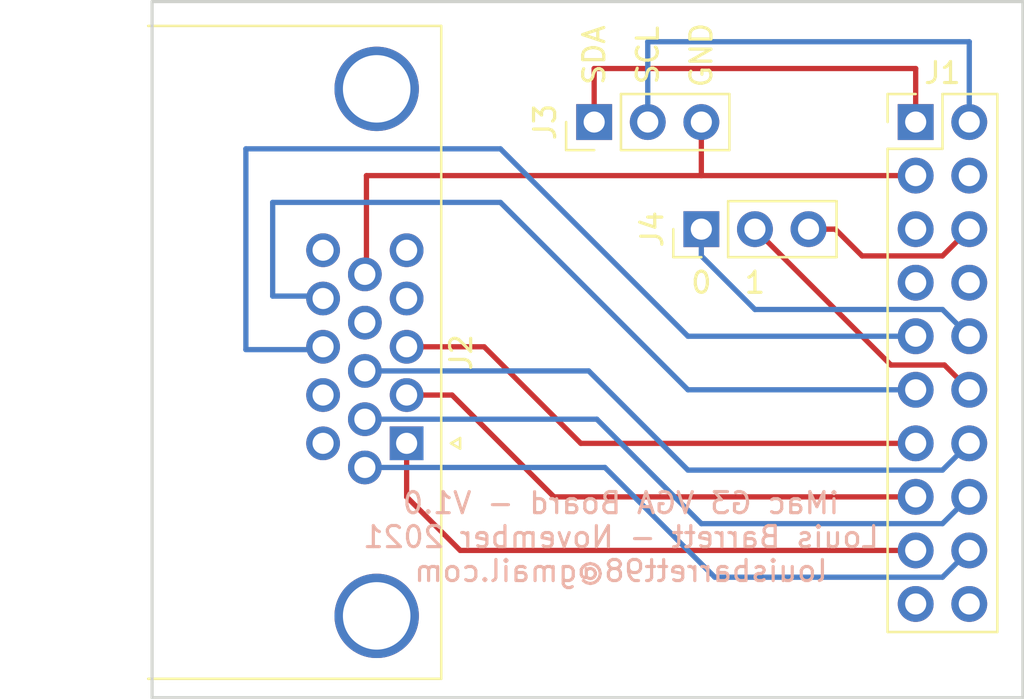
<source format=kicad_pcb>
(kicad_pcb (version 20171130) (host pcbnew "(5.1.12)-1")

  (general
    (thickness 1.6)
    (drawings 10)
    (tracks 55)
    (zones 0)
    (modules 4)
    (nets 27)
  )

  (page A4)
  (title_block
    (title "iMac G3 VGA Board")
    (date 2021-11-20)
    (rev 1)
  )

  (layers
    (0 F.Cu signal)
    (31 B.Cu signal)
    (32 B.Adhes user)
    (33 F.Adhes user)
    (34 B.Paste user)
    (35 F.Paste user)
    (36 B.SilkS user)
    (37 F.SilkS user)
    (38 B.Mask user)
    (39 F.Mask user)
    (40 Dwgs.User user)
    (41 Cmts.User user)
    (42 Eco1.User user)
    (43 Eco2.User user)
    (44 Edge.Cuts user)
    (45 Margin user)
    (46 B.CrtYd user)
    (47 F.CrtYd user)
    (48 B.Fab user)
    (49 F.Fab user)
  )

  (setup
    (last_trace_width 0.25)
    (trace_clearance 0.2)
    (zone_clearance 0.508)
    (zone_45_only no)
    (trace_min 0.2)
    (via_size 0.8)
    (via_drill 0.4)
    (via_min_size 0.4)
    (via_min_drill 0.3)
    (uvia_size 0.3)
    (uvia_drill 0.1)
    (uvias_allowed no)
    (uvia_min_size 0.2)
    (uvia_min_drill 0.1)
    (edge_width 0.05)
    (segment_width 0.2)
    (pcb_text_width 0.3)
    (pcb_text_size 1.5 1.5)
    (mod_edge_width 0.12)
    (mod_text_size 1 1)
    (mod_text_width 0.15)
    (pad_size 1.524 1.524)
    (pad_drill 0.762)
    (pad_to_mask_clearance 0)
    (aux_axis_origin 0 0)
    (visible_elements 7FFFFFFF)
    (pcbplotparams
      (layerselection 0x010fc_ffffffff)
      (usegerberextensions false)
      (usegerberattributes true)
      (usegerberadvancedattributes true)
      (creategerberjobfile true)
      (excludeedgelayer true)
      (linewidth 0.100000)
      (plotframeref false)
      (viasonmask false)
      (mode 1)
      (useauxorigin false)
      (hpglpennumber 1)
      (hpglpenspeed 20)
      (hpglpendiameter 15.000000)
      (psnegative false)
      (psa4output false)
      (plotreference true)
      (plotvalue true)
      (plotinvisibletext false)
      (padsonsilk false)
      (subtractmaskfromsilk false)
      (outputformat 1)
      (mirror false)
      (drillshape 1)
      (scaleselection 1)
      (outputdirectory ""))
  )

  (net 0 "")
  (net 1 "Net-(J1-Pad20)")
  (net 2 "Net-(J1-Pad19)")
  (net 3 /GND-RED)
  (net 4 /RED)
  (net 5 /GND-GREEN)
  (net 6 /GREEN)
  (net 7 /GND-BLUE)
  (net 8 /BLUE)
  (net 9 /ON-1)
  (net 10 /V-SYNC)
  (net 11 /ON-0)
  (net 12 /H-SYNC)
  (net 13 /-10V)
  (net 14 "Net-(J1-Pad7)")
  (net 15 /5V-TRICKLE)
  (net 16 "Net-(J1-Pad5)")
  (net 17 "Net-(J1-Pad4)")
  (net 18 /GND)
  (net 19 /SCL)
  (net 20 /SDA)
  (net 21 "Net-(J2-Pad15)")
  (net 22 "Net-(J2-Pad12)")
  (net 23 "Net-(J2-Pad11)")
  (net 24 "Net-(J2-Pad9)")
  (net 25 "Net-(J2-Pad5)")
  (net 26 "Net-(J2-Pad4)")

  (net_class Default "This is the default net class."
    (clearance 0.2)
    (trace_width 0.25)
    (via_dia 0.8)
    (via_drill 0.4)
    (uvia_dia 0.3)
    (uvia_drill 0.1)
    (add_net /-10V)
    (add_net /5V-TRICKLE)
    (add_net /BLUE)
    (add_net /GND)
    (add_net /GND-BLUE)
    (add_net /GND-GREEN)
    (add_net /GND-RED)
    (add_net /GREEN)
    (add_net /H-SYNC)
    (add_net /ON-0)
    (add_net /ON-1)
    (add_net /RED)
    (add_net /SCL)
    (add_net /SDA)
    (add_net /V-SYNC)
    (add_net "Net-(J1-Pad19)")
    (add_net "Net-(J1-Pad20)")
    (add_net "Net-(J1-Pad4)")
    (add_net "Net-(J1-Pad5)")
    (add_net "Net-(J1-Pad7)")
    (add_net "Net-(J2-Pad11)")
    (add_net "Net-(J2-Pad12)")
    (add_net "Net-(J2-Pad15)")
    (add_net "Net-(J2-Pad4)")
    (add_net "Net-(J2-Pad5)")
    (add_net "Net-(J2-Pad9)")
  )

  (module Connector_PinHeader_2.54mm:PinHeader_1x03_P2.54mm_Vertical (layer F.Cu) (tedit 59FED5CC) (tstamp 6199E5CB)
    (at 158.75 88.9 90)
    (descr "Through hole straight pin header, 1x03, 2.54mm pitch, single row")
    (tags "Through hole pin header THT 1x03 2.54mm single row")
    (path /619CFA39)
    (fp_text reference J4 (at 0 -2.33 90) (layer F.SilkS)
      (effects (font (size 1 1) (thickness 0.15)))
    )
    (fp_text value CRT-ON-CONN (at -2.54 1.27 180) (layer F.Fab)
      (effects (font (size 0.5 0.5) (thickness 0.125)))
    )
    (fp_line (start -0.635 -1.27) (end 1.27 -1.27) (layer F.Fab) (width 0.1))
    (fp_line (start 1.27 -1.27) (end 1.27 6.35) (layer F.Fab) (width 0.1))
    (fp_line (start 1.27 6.35) (end -1.27 6.35) (layer F.Fab) (width 0.1))
    (fp_line (start -1.27 6.35) (end -1.27 -0.635) (layer F.Fab) (width 0.1))
    (fp_line (start -1.27 -0.635) (end -0.635 -1.27) (layer F.Fab) (width 0.1))
    (fp_line (start -1.33 6.41) (end 1.33 6.41) (layer F.SilkS) (width 0.12))
    (fp_line (start -1.33 1.27) (end -1.33 6.41) (layer F.SilkS) (width 0.12))
    (fp_line (start 1.33 1.27) (end 1.33 6.41) (layer F.SilkS) (width 0.12))
    (fp_line (start -1.33 1.27) (end 1.33 1.27) (layer F.SilkS) (width 0.12))
    (fp_line (start -1.33 0) (end -1.33 -1.33) (layer F.SilkS) (width 0.12))
    (fp_line (start -1.33 -1.33) (end 0 -1.33) (layer F.SilkS) (width 0.12))
    (fp_line (start -1.8 -1.8) (end -1.8 6.85) (layer F.CrtYd) (width 0.05))
    (fp_line (start -1.8 6.85) (end 1.8 6.85) (layer F.CrtYd) (width 0.05))
    (fp_line (start 1.8 6.85) (end 1.8 -1.8) (layer F.CrtYd) (width 0.05))
    (fp_line (start 1.8 -1.8) (end -1.8 -1.8) (layer F.CrtYd) (width 0.05))
    (fp_text user %R (at 0 2.54) (layer F.Fab)
      (effects (font (size 1 1) (thickness 0.15)))
    )
    (pad 3 thru_hole oval (at 0 5.08 90) (size 1.7 1.7) (drill 1) (layers *.Cu *.Mask)
      (net 15 /5V-TRICKLE))
    (pad 2 thru_hole oval (at 0 2.54 90) (size 1.7 1.7) (drill 1) (layers *.Cu *.Mask)
      (net 9 /ON-1))
    (pad 1 thru_hole rect (at 0 0 90) (size 1.7 1.7) (drill 1) (layers *.Cu *.Mask)
      (net 11 /ON-0))
    (model ${KISYS3DMOD}/Connector_PinHeader_2.54mm.3dshapes/PinHeader_1x03_P2.54mm_Vertical.wrl
      (at (xyz 0 0 0))
      (scale (xyz 1 1 1))
      (rotate (xyz 0 0 0))
    )
  )

  (module Connector_PinHeader_2.54mm:PinHeader_1x03_P2.54mm_Vertical (layer F.Cu) (tedit 59FED5CC) (tstamp 6199E5B4)
    (at 153.67 83.82 90)
    (descr "Through hole straight pin header, 1x03, 2.54mm pitch, single row")
    (tags "Through hole pin header THT 1x03 2.54mm single row")
    (path /619C497E)
    (fp_text reference J3 (at 0 -2.33 90) (layer F.SilkS)
      (effects (font (size 1 1) (thickness 0.15)))
    )
    (fp_text value RPI-Conn (at 0 7.62 270) (layer F.Fab)
      (effects (font (size 0.5 0.5) (thickness 0.125)))
    )
    (fp_line (start -0.635 -1.27) (end 1.27 -1.27) (layer F.Fab) (width 0.1))
    (fp_line (start 1.27 -1.27) (end 1.27 6.35) (layer F.Fab) (width 0.1))
    (fp_line (start 1.27 6.35) (end -1.27 6.35) (layer F.Fab) (width 0.1))
    (fp_line (start -1.27 6.35) (end -1.27 -0.635) (layer F.Fab) (width 0.1))
    (fp_line (start -1.27 -0.635) (end -0.635 -1.27) (layer F.Fab) (width 0.1))
    (fp_line (start -1.33 6.41) (end 1.33 6.41) (layer F.SilkS) (width 0.12))
    (fp_line (start -1.33 1.27) (end -1.33 6.41) (layer F.SilkS) (width 0.12))
    (fp_line (start 1.33 1.27) (end 1.33 6.41) (layer F.SilkS) (width 0.12))
    (fp_line (start -1.33 1.27) (end 1.33 1.27) (layer F.SilkS) (width 0.12))
    (fp_line (start -1.33 0) (end -1.33 -1.33) (layer F.SilkS) (width 0.12))
    (fp_line (start -1.33 -1.33) (end 0 -1.33) (layer F.SilkS) (width 0.12))
    (fp_line (start -1.8 -1.8) (end -1.8 6.85) (layer F.CrtYd) (width 0.05))
    (fp_line (start -1.8 6.85) (end 1.8 6.85) (layer F.CrtYd) (width 0.05))
    (fp_line (start 1.8 6.85) (end 1.8 -1.8) (layer F.CrtYd) (width 0.05))
    (fp_line (start 1.8 -1.8) (end -1.8 -1.8) (layer F.CrtYd) (width 0.05))
    (fp_text user %R (at 0 2.54) (layer F.Fab)
      (effects (font (size 1 1) (thickness 0.15)))
    )
    (pad 3 thru_hole oval (at 0 5.08 90) (size 1.7 1.7) (drill 1) (layers *.Cu *.Mask)
      (net 18 /GND))
    (pad 2 thru_hole oval (at 0 2.54 90) (size 1.7 1.7) (drill 1) (layers *.Cu *.Mask)
      (net 19 /SCL))
    (pad 1 thru_hole rect (at 0 0 90) (size 1.7 1.7) (drill 1) (layers *.Cu *.Mask)
      (net 20 /SDA))
    (model ${KISYS3DMOD}/Connector_PinHeader_2.54mm.3dshapes/PinHeader_1x03_P2.54mm_Vertical.wrl
      (at (xyz 0 0 0))
      (scale (xyz 1 1 1))
      (rotate (xyz 0 0 0))
    )
  )

  (module Connector_Dsub:DSUB-15-HD_Female_Horizontal_P2.29x1.98mm_EdgePinOffset8.35mm_Housed_MountingHolesOffset10.89mm (layer F.Cu) (tedit 59FEDEE2) (tstamp 6199E59D)
    (at 144.78 99.06 270)
    (descr "15-pin D-Sub connector, horizontal/angled (90 deg), THT-mount, female, pitch 2.29x1.98mm, pin-PCB-offset 8.35mm, distance of mounting holes 25mm, distance of mounting holes to PCB edge 10.889999999999999mm, see https://disti-assets.s3.amazonaws.com/tonar/files/datasheets/16730.pdf")
    (tags "15-pin D-Sub connector horizontal angled 90deg THT female pitch 2.29x1.98mm pin-PCB-offset 8.35mm mounting-holes-distance 25mm mounting-hole-offset 25mm")
    (path /6199D0FC)
    (fp_text reference J2 (at -4.315 -2.58 90) (layer F.SilkS)
      (effects (font (size 1 1) (thickness 0.15)))
    )
    (fp_text value "VGA Connector" (at 3.81 -3.175 90) (layer F.Fab)
      (effects (font (size 1 1) (thickness 0.15)))
    )
    (fp_line (start -19.74 -1.58) (end -19.74 12.31) (layer F.Fab) (width 0.1))
    (fp_line (start -19.74 12.31) (end 11.11 12.31) (layer F.Fab) (width 0.1))
    (fp_line (start 11.11 12.31) (end 11.11 -1.58) (layer F.Fab) (width 0.1))
    (fp_line (start 11.11 -1.58) (end -19.74 -1.58) (layer F.Fab) (width 0.1))
    (fp_line (start -19.74 12.31) (end -19.74 12.71) (layer F.Fab) (width 0.1))
    (fp_line (start -19.74 12.71) (end 11.11 12.71) (layer F.Fab) (width 0.1))
    (fp_line (start 11.11 12.71) (end 11.11 12.31) (layer F.Fab) (width 0.1))
    (fp_line (start 11.11 12.31) (end -19.74 12.31) (layer F.Fab) (width 0.1))
    (fp_line (start -12.465 12.71) (end -12.465 18.71) (layer F.Fab) (width 0.1))
    (fp_line (start -12.465 18.71) (end 3.835 18.71) (layer F.Fab) (width 0.1))
    (fp_line (start 3.835 18.71) (end 3.835 12.71) (layer F.Fab) (width 0.1))
    (fp_line (start 3.835 12.71) (end -12.465 12.71) (layer F.Fab) (width 0.1))
    (fp_line (start -19.315 12.71) (end -19.315 17.71) (layer F.Fab) (width 0.1))
    (fp_line (start -19.315 17.71) (end -14.315 17.71) (layer F.Fab) (width 0.1))
    (fp_line (start -14.315 17.71) (end -14.315 12.71) (layer F.Fab) (width 0.1))
    (fp_line (start -14.315 12.71) (end -19.315 12.71) (layer F.Fab) (width 0.1))
    (fp_line (start 5.685 12.71) (end 5.685 17.71) (layer F.Fab) (width 0.1))
    (fp_line (start 5.685 17.71) (end 10.685 17.71) (layer F.Fab) (width 0.1))
    (fp_line (start 10.685 17.71) (end 10.685 12.71) (layer F.Fab) (width 0.1))
    (fp_line (start 10.685 12.71) (end 5.685 12.71) (layer F.Fab) (width 0.1))
    (fp_line (start -18.415 12.31) (end -18.415 1.42) (layer F.Fab) (width 0.1))
    (fp_line (start -15.215 12.31) (end -15.215 1.42) (layer F.Fab) (width 0.1))
    (fp_line (start 6.585 12.31) (end 6.585 1.42) (layer F.Fab) (width 0.1))
    (fp_line (start 9.785 12.31) (end 9.785 1.42) (layer F.Fab) (width 0.1))
    (fp_line (start -19.8 12.25) (end -19.8 -1.64) (layer F.SilkS) (width 0.12))
    (fp_line (start -19.8 -1.64) (end 11.17 -1.64) (layer F.SilkS) (width 0.12))
    (fp_line (start 11.17 -1.64) (end 11.17 12.25) (layer F.SilkS) (width 0.12))
    (fp_line (start -0.25 -2.534338) (end 0.25 -2.534338) (layer F.SilkS) (width 0.12))
    (fp_line (start 0.25 -2.534338) (end 0 -2.101325) (layer F.SilkS) (width 0.12))
    (fp_line (start 0 -2.101325) (end -0.25 -2.534338) (layer F.SilkS) (width 0.12))
    (fp_line (start -20.25 -2.1) (end -20.25 19.25) (layer F.CrtYd) (width 0.05))
    (fp_line (start -20.25 19.25) (end 11.65 19.25) (layer F.CrtYd) (width 0.05))
    (fp_line (start 11.65 19.25) (end 11.65 -2.1) (layer F.CrtYd) (width 0.05))
    (fp_line (start 11.65 -2.1) (end -20.25 -2.1) (layer F.CrtYd) (width 0.05))
    (fp_text user %R (at -4.315 15.71 90) (layer F.Fab)
      (effects (font (size 1 1) (thickness 0.15)))
    )
    (fp_arc (start 8.185 1.42) (end 6.585 1.42) (angle 180) (layer F.Fab) (width 0.1))
    (fp_arc (start -16.815 1.42) (end -18.415 1.42) (angle 180) (layer F.Fab) (width 0.1))
    (pad 0 thru_hole circle (at 8.185 1.42 270) (size 4 4) (drill 3.2) (layers *.Cu *.Mask))
    (pad 0 thru_hole circle (at -16.815 1.42 270) (size 4 4) (drill 3.2) (layers *.Cu *.Mask))
    (pad 15 thru_hole circle (at -9.16 3.96 270) (size 1.6 1.6) (drill 1) (layers *.Cu *.Mask)
      (net 21 "Net-(J2-Pad15)"))
    (pad 14 thru_hole circle (at -6.87 3.96 270) (size 1.6 1.6) (drill 1) (layers *.Cu *.Mask)
      (net 10 /V-SYNC))
    (pad 13 thru_hole circle (at -4.58 3.96 270) (size 1.6 1.6) (drill 1) (layers *.Cu *.Mask)
      (net 12 /H-SYNC))
    (pad 12 thru_hole circle (at -2.29 3.96 270) (size 1.6 1.6) (drill 1) (layers *.Cu *.Mask)
      (net 22 "Net-(J2-Pad12)"))
    (pad 11 thru_hole circle (at 0 3.96 270) (size 1.6 1.6) (drill 1) (layers *.Cu *.Mask)
      (net 23 "Net-(J2-Pad11)"))
    (pad 10 thru_hole circle (at -8.015 1.98 270) (size 1.6 1.6) (drill 1) (layers *.Cu *.Mask)
      (net 18 /GND))
    (pad 9 thru_hole circle (at -5.725 1.98 270) (size 1.6 1.6) (drill 1) (layers *.Cu *.Mask)
      (net 24 "Net-(J2-Pad9)"))
    (pad 8 thru_hole circle (at -3.435 1.98 270) (size 1.6 1.6) (drill 1) (layers *.Cu *.Mask)
      (net 7 /GND-BLUE))
    (pad 7 thru_hole circle (at -1.145 1.98 270) (size 1.6 1.6) (drill 1) (layers *.Cu *.Mask)
      (net 5 /GND-GREEN))
    (pad 6 thru_hole circle (at 1.145 1.98 270) (size 1.6 1.6) (drill 1) (layers *.Cu *.Mask)
      (net 3 /GND-RED))
    (pad 5 thru_hole circle (at -9.16 0 270) (size 1.6 1.6) (drill 1) (layers *.Cu *.Mask)
      (net 25 "Net-(J2-Pad5)"))
    (pad 4 thru_hole circle (at -6.87 0 270) (size 1.6 1.6) (drill 1) (layers *.Cu *.Mask)
      (net 26 "Net-(J2-Pad4)"))
    (pad 3 thru_hole circle (at -4.58 0 270) (size 1.6 1.6) (drill 1) (layers *.Cu *.Mask)
      (net 8 /BLUE))
    (pad 2 thru_hole circle (at -2.29 0 270) (size 1.6 1.6) (drill 1) (layers *.Cu *.Mask)
      (net 6 /GREEN))
    (pad 1 thru_hole rect (at 0 0 270) (size 1.6 1.6) (drill 1) (layers *.Cu *.Mask)
      (net 4 /RED))
    (model ${KISYS3DMOD}/Connector_Dsub.3dshapes/DSUB-15-HD_Female_Horizontal_P2.29x1.98mm_EdgePinOffset8.35mm_Housed_MountingHolesOffset10.89mm.wrl
      (at (xyz 0 0 0))
      (scale (xyz 1 1 1))
      (rotate (xyz 0 0 0))
    )
  )

  (module Connector_PinHeader_2.54mm:PinHeader_2x10_P2.54mm_Vertical (layer F.Cu) (tedit 59FED5CC) (tstamp 6199E563)
    (at 168.91 83.82)
    (descr "Through hole straight pin header, 2x10, 2.54mm pitch, double rows")
    (tags "Through hole pin header THT 2x10 2.54mm double row")
    (path /619A1451)
    (fp_text reference J1 (at 1.27 -2.33) (layer F.SilkS)
      (effects (font (size 1 1) (thickness 0.15)))
    )
    (fp_text value "J20 iMac Interface Conn" (at -2.54 17.78 90) (layer F.Fab)
      (effects (font (size 1 1) (thickness 0.15)))
    )
    (fp_line (start 0 -1.27) (end 3.81 -1.27) (layer F.Fab) (width 0.1))
    (fp_line (start 3.81 -1.27) (end 3.81 24.13) (layer F.Fab) (width 0.1))
    (fp_line (start 3.81 24.13) (end -1.27 24.13) (layer F.Fab) (width 0.1))
    (fp_line (start -1.27 24.13) (end -1.27 0) (layer F.Fab) (width 0.1))
    (fp_line (start -1.27 0) (end 0 -1.27) (layer F.Fab) (width 0.1))
    (fp_line (start -1.33 24.19) (end 3.87 24.19) (layer F.SilkS) (width 0.12))
    (fp_line (start -1.33 1.27) (end -1.33 24.19) (layer F.SilkS) (width 0.12))
    (fp_line (start 3.87 -1.33) (end 3.87 24.19) (layer F.SilkS) (width 0.12))
    (fp_line (start -1.33 1.27) (end 1.27 1.27) (layer F.SilkS) (width 0.12))
    (fp_line (start 1.27 1.27) (end 1.27 -1.33) (layer F.SilkS) (width 0.12))
    (fp_line (start 1.27 -1.33) (end 3.87 -1.33) (layer F.SilkS) (width 0.12))
    (fp_line (start -1.33 0) (end -1.33 -1.33) (layer F.SilkS) (width 0.12))
    (fp_line (start -1.33 -1.33) (end 0 -1.33) (layer F.SilkS) (width 0.12))
    (fp_line (start -1.8 -1.8) (end -1.8 24.65) (layer F.CrtYd) (width 0.05))
    (fp_line (start -1.8 24.65) (end 4.35 24.65) (layer F.CrtYd) (width 0.05))
    (fp_line (start 4.35 24.65) (end 4.35 -1.8) (layer F.CrtYd) (width 0.05))
    (fp_line (start 4.35 -1.8) (end -1.8 -1.8) (layer F.CrtYd) (width 0.05))
    (fp_text user %R (at 1.27 11.43 90) (layer F.Fab)
      (effects (font (size 1 1) (thickness 0.15)))
    )
    (pad 20 thru_hole oval (at 2.54 22.86) (size 1.7 1.7) (drill 1) (layers *.Cu *.Mask)
      (net 1 "Net-(J1-Pad20)"))
    (pad 19 thru_hole oval (at 0 22.86) (size 1.7 1.7) (drill 1) (layers *.Cu *.Mask)
      (net 2 "Net-(J1-Pad19)"))
    (pad 18 thru_hole oval (at 2.54 20.32) (size 1.7 1.7) (drill 1) (layers *.Cu *.Mask)
      (net 3 /GND-RED))
    (pad 17 thru_hole oval (at 0 20.32) (size 1.7 1.7) (drill 1) (layers *.Cu *.Mask)
      (net 4 /RED))
    (pad 16 thru_hole oval (at 2.54 17.78) (size 1.7 1.7) (drill 1) (layers *.Cu *.Mask)
      (net 5 /GND-GREEN))
    (pad 15 thru_hole oval (at 0 17.78) (size 1.7 1.7) (drill 1) (layers *.Cu *.Mask)
      (net 6 /GREEN))
    (pad 14 thru_hole oval (at 2.54 15.24) (size 1.7 1.7) (drill 1) (layers *.Cu *.Mask)
      (net 7 /GND-BLUE))
    (pad 13 thru_hole oval (at 0 15.24) (size 1.7 1.7) (drill 1) (layers *.Cu *.Mask)
      (net 8 /BLUE))
    (pad 12 thru_hole oval (at 2.54 12.7) (size 1.7 1.7) (drill 1) (layers *.Cu *.Mask)
      (net 9 /ON-1))
    (pad 11 thru_hole oval (at 0 12.7) (size 1.7 1.7) (drill 1) (layers *.Cu *.Mask)
      (net 10 /V-SYNC))
    (pad 10 thru_hole oval (at 2.54 10.16) (size 1.7 1.7) (drill 1) (layers *.Cu *.Mask)
      (net 11 /ON-0))
    (pad 9 thru_hole oval (at 0 10.16) (size 1.7 1.7) (drill 1) (layers *.Cu *.Mask)
      (net 12 /H-SYNC))
    (pad 8 thru_hole oval (at 2.54 7.62) (size 1.7 1.7) (drill 1) (layers *.Cu *.Mask)
      (net 13 /-10V))
    (pad 7 thru_hole oval (at 0 7.62) (size 1.7 1.7) (drill 1) (layers *.Cu *.Mask)
      (net 14 "Net-(J1-Pad7)"))
    (pad 6 thru_hole oval (at 2.54 5.08) (size 1.7 1.7) (drill 1) (layers *.Cu *.Mask)
      (net 15 /5V-TRICKLE))
    (pad 5 thru_hole oval (at 0 5.08) (size 1.7 1.7) (drill 1) (layers *.Cu *.Mask)
      (net 16 "Net-(J1-Pad5)"))
    (pad 4 thru_hole oval (at 2.54 2.54) (size 1.7 1.7) (drill 1) (layers *.Cu *.Mask)
      (net 17 "Net-(J1-Pad4)"))
    (pad 3 thru_hole oval (at 0 2.54) (size 1.7 1.7) (drill 1) (layers *.Cu *.Mask)
      (net 18 /GND))
    (pad 2 thru_hole oval (at 2.54 0) (size 1.7 1.7) (drill 1) (layers *.Cu *.Mask)
      (net 19 /SCL))
    (pad 1 thru_hole rect (at 0 0) (size 1.7 1.7) (drill 1) (layers *.Cu *.Mask)
      (net 20 /SDA))
    (model ${KISYS3DMOD}/Connector_PinHeader_2.54mm.3dshapes/PinHeader_2x10_P2.54mm_Vertical.wrl
      (at (xyz 0 0 0))
      (scale (xyz 1 1 1))
      (rotate (xyz 0 0 0))
    )
  )

  (gr_text 1 (at 161.29 91.44) (layer F.SilkS)
    (effects (font (size 1 1) (thickness 0.15)))
  )
  (gr_text 0 (at 158.75 91.44) (layer F.SilkS)
    (effects (font (size 1 1) (thickness 0.15)))
  )
  (gr_text GND (at 158.75 80.645 90) (layer F.SilkS)
    (effects (font (size 1 1) (thickness 0.15)))
  )
  (gr_text "SCL\n" (at 156.21 80.645 90) (layer F.SilkS)
    (effects (font (size 1 1) (thickness 0.15)))
  )
  (gr_text "SDA\n" (at 153.67 80.645 90) (layer F.SilkS)
    (effects (font (size 1 1) (thickness 0.15)))
  )
  (gr_text "iMac G3 VGA Board - V1.0\nLouis Barrett - November 2021\nlouisbarrett98@gmail.com" (at 154.94 103.505) (layer B.SilkS)
    (effects (font (size 1 1) (thickness 0.15)) (justify mirror))
  )
  (gr_line (start 132.715 78.105) (end 132.715 111.125) (layer Edge.Cuts) (width 0.15) (tstamp 6199EA15))
  (gr_line (start 173.99 78.105) (end 132.715 78.105) (layer Edge.Cuts) (width 0.15))
  (gr_line (start 173.99 111.125) (end 173.99 78.105) (layer Edge.Cuts) (width 0.15))
  (gr_line (start 132.715 111.125) (end 173.99 111.125) (layer Edge.Cuts) (width 0.15))

  (segment (start 142.8 100.205) (end 154.18 100.205) (width 0.25) (layer B.Cu) (net 3))
  (segment (start 154.18 100.205) (end 159.385 105.41) (width 0.25) (layer B.Cu) (net 3))
  (segment (start 170.18 105.41) (end 171.45 104.14) (width 0.25) (layer B.Cu) (net 3))
  (segment (start 159.385 105.41) (end 170.18 105.41) (width 0.25) (layer B.Cu) (net 3))
  (segment (start 168.91 104.14) (end 147.32 104.14) (width 0.25) (layer F.Cu) (net 4))
  (segment (start 144.78 101.6) (end 144.78 99.06) (width 0.25) (layer F.Cu) (net 4))
  (segment (start 147.32 104.14) (end 144.78 101.6) (width 0.25) (layer F.Cu) (net 4))
  (segment (start 142.8 97.915) (end 153.795 97.915) (width 0.25) (layer B.Cu) (net 5))
  (segment (start 153.795 97.915) (end 158.75 102.87) (width 0.25) (layer B.Cu) (net 5))
  (segment (start 170.18 102.87) (end 171.45 101.6) (width 0.25) (layer B.Cu) (net 5))
  (segment (start 158.75 102.87) (end 170.18 102.87) (width 0.25) (layer B.Cu) (net 5))
  (segment (start 168.91 101.6) (end 151.765 101.6) (width 0.25) (layer F.Cu) (net 6))
  (segment (start 146.935 96.77) (end 144.78 96.77) (width 0.25) (layer F.Cu) (net 6))
  (segment (start 151.765 101.6) (end 146.935 96.77) (width 0.25) (layer F.Cu) (net 6))
  (segment (start 142.8 95.625) (end 153.41 95.625) (width 0.25) (layer B.Cu) (net 7))
  (segment (start 153.41 95.625) (end 158.115 100.33) (width 0.25) (layer B.Cu) (net 7))
  (segment (start 170.18 100.33) (end 171.45 99.06) (width 0.25) (layer B.Cu) (net 7))
  (segment (start 158.115 100.33) (end 170.18 100.33) (width 0.25) (layer B.Cu) (net 7))
  (segment (start 168.91 99.06) (end 153.035 99.06) (width 0.25) (layer F.Cu) (net 8))
  (segment (start 148.455 94.48) (end 144.78 94.48) (width 0.25) (layer F.Cu) (net 8))
  (segment (start 153.035 99.06) (end 148.455 94.48) (width 0.25) (layer F.Cu) (net 8))
  (segment (start 170.274999 95.344999) (end 171.45 96.52) (width 0.25) (layer F.Cu) (net 9))
  (segment (start 167.734999 95.344999) (end 170.274999 95.344999) (width 0.25) (layer F.Cu) (net 9))
  (segment (start 161.29 88.9) (end 167.734999 95.344999) (width 0.25) (layer F.Cu) (net 9))
  (segment (start 138.43 92.075) (end 140.705 92.075) (width 0.25) (layer B.Cu) (net 10))
  (segment (start 140.705 92.075) (end 140.82 92.19) (width 0.25) (layer B.Cu) (net 10))
  (segment (start 138.43 87.63) (end 138.43 92.075) (width 0.25) (layer B.Cu) (net 10))
  (segment (start 149.225 87.63) (end 138.43 87.63) (width 0.25) (layer B.Cu) (net 10))
  (segment (start 158.115 96.52) (end 149.225 87.63) (width 0.25) (layer B.Cu) (net 10))
  (segment (start 168.91 96.52) (end 158.115 96.52) (width 0.25) (layer B.Cu) (net 10))
  (segment (start 158.75 88.9) (end 158.75 90.17) (width 0.25) (layer B.Cu) (net 11))
  (segment (start 158.75 90.17) (end 161.29 92.71) (width 0.25) (layer B.Cu) (net 11))
  (segment (start 170.18 92.71) (end 171.45 93.98) (width 0.25) (layer B.Cu) (net 11))
  (segment (start 161.29 92.71) (end 170.18 92.71) (width 0.25) (layer B.Cu) (net 11))
  (segment (start 140.685 94.615) (end 140.82 94.48) (width 0.25) (layer B.Cu) (net 12))
  (segment (start 137.16 85.09) (end 137.16 94.615) (width 0.25) (layer B.Cu) (net 12))
  (segment (start 137.16 94.615) (end 140.685 94.615) (width 0.25) (layer B.Cu) (net 12))
  (segment (start 158.115 93.98) (end 149.225 85.09) (width 0.25) (layer B.Cu) (net 12))
  (segment (start 149.225 85.09) (end 137.16 85.09) (width 0.25) (layer B.Cu) (net 12))
  (segment (start 168.91 93.98) (end 158.115 93.98) (width 0.25) (layer B.Cu) (net 12))
  (segment (start 163.83 88.9) (end 165.1 88.9) (width 0.25) (layer F.Cu) (net 15))
  (segment (start 165.1 88.9) (end 166.37 90.17) (width 0.25) (layer F.Cu) (net 15))
  (segment (start 170.18 90.17) (end 171.45 88.9) (width 0.25) (layer F.Cu) (net 15))
  (segment (start 166.37 90.17) (end 170.18 90.17) (width 0.25) (layer F.Cu) (net 15))
  (segment (start 168.91 86.36) (end 158.75 86.36) (width 0.25) (layer F.Cu) (net 18))
  (segment (start 158.75 86.36) (end 158.75 83.82) (width 0.25) (layer F.Cu) (net 18))
  (segment (start 142.875 90.97) (end 142.8 91.045) (width 0.25) (layer F.Cu) (net 18))
  (segment (start 142.875 86.36) (end 142.875 90.97) (width 0.25) (layer F.Cu) (net 18))
  (segment (start 158.75 86.36) (end 142.875 86.36) (width 0.25) (layer F.Cu) (net 18))
  (segment (start 171.45 83.82) (end 171.45 80.01) (width 0.25) (layer B.Cu) (net 19))
  (segment (start 171.45 80.01) (end 156.21 80.01) (width 0.25) (layer B.Cu) (net 19))
  (segment (start 156.21 80.01) (end 156.21 83.82) (width 0.25) (layer B.Cu) (net 19))
  (segment (start 168.91 83.82) (end 168.91 81.28) (width 0.25) (layer F.Cu) (net 20))
  (segment (start 168.91 81.28) (end 153.67 81.28) (width 0.25) (layer F.Cu) (net 20))
  (segment (start 153.67 81.28) (end 153.67 83.82) (width 0.25) (layer F.Cu) (net 20))

)

</source>
